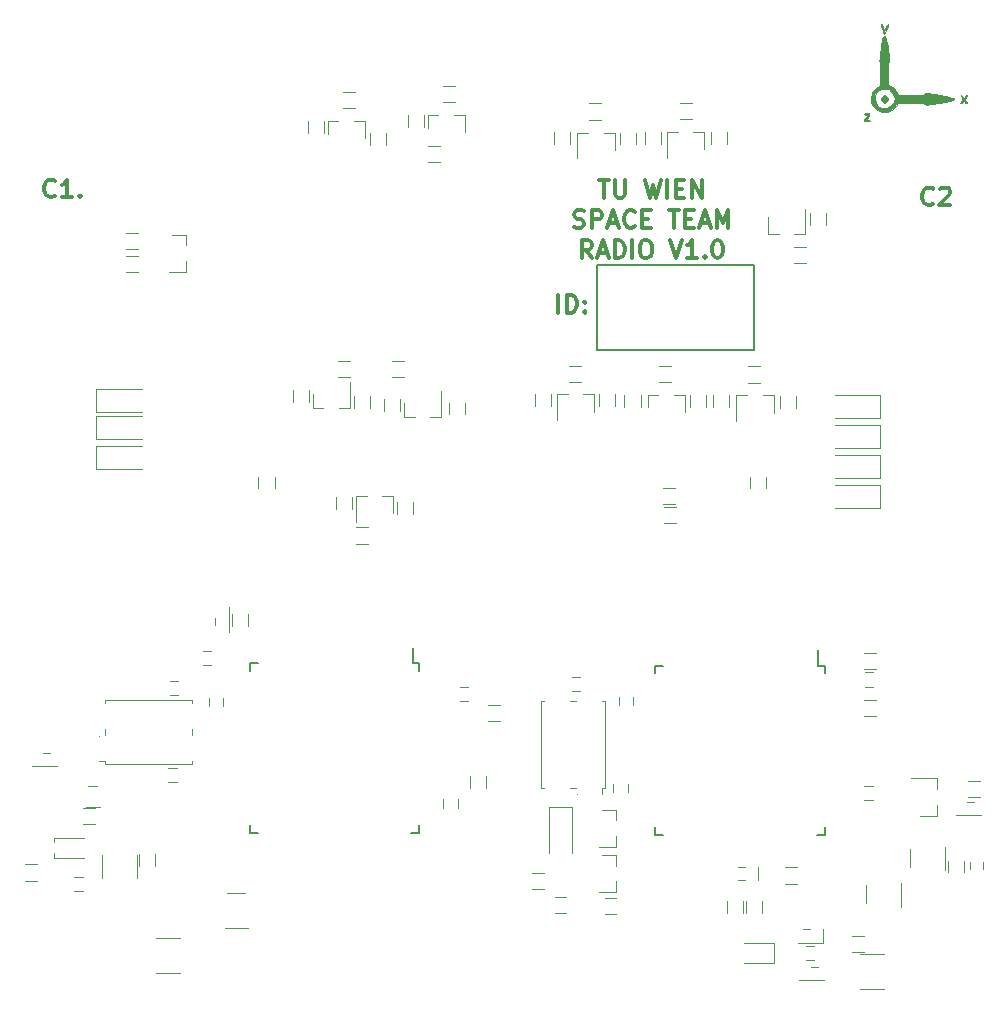
<source format=gbr>
G04 #@! TF.FileFunction,Legend,Top*
%FSLAX46Y46*%
G04 Gerber Fmt 4.6, Leading zero omitted, Abs format (unit mm)*
G04 Created by KiCad (PCBNEW 4.0.6) date 11/20/17 22:27:29*
%MOMM*%
%LPD*%
G01*
G04 APERTURE LIST*
%ADD10C,0.100000*%
%ADD11C,0.200000*%
%ADD12C,0.300000*%
%ADD13C,0.120000*%
%ADD14C,0.150000*%
%ADD15C,0.010000*%
%ADD16C,3.580000*%
%ADD17R,2.380000X2.880000*%
%ADD18R,2.880000X2.380000*%
%ADD19R,1.580000X1.130000*%
%ADD20R,1.130000X1.580000*%
%ADD21R,0.880000X0.880000*%
%ADD22R,1.480000X1.480000*%
%ADD23R,1.580000X1.280000*%
%ADD24R,1.180000X1.280000*%
%ADD25R,1.280000X1.580000*%
%ADD26R,0.930000X1.880000*%
%ADD27R,1.880000X0.930000*%
%ADD28R,0.740000X1.780000*%
%ADD29R,0.980000X1.180000*%
%ADD30R,1.180000X0.980000*%
%ADD31C,1.180000*%
%ADD32C,1.269000*%
%ADD33R,2.880000X1.080000*%
%ADD34R,2.880000X0.780000*%
%ADD35R,1.280000X1.180000*%
%ADD36R,1.680000X1.180000*%
%ADD37R,1.680000X2.180000*%
%ADD38R,1.780000X0.740000*%
%ADD39C,2.580000*%
%ADD40C,2.380000*%
%ADD41R,2.080000X2.080000*%
%ADD42O,2.080000X2.080000*%
%ADD43R,2.480000X2.080000*%
%ADD44R,2.080000X2.480000*%
%ADD45R,1.880000X1.680000*%
G04 APERTURE END LIST*
D10*
D11*
X114834500Y-57326500D02*
X101544500Y-57306500D01*
X114834500Y-64476500D02*
X114834500Y-57326500D01*
X101504500Y-64476500D02*
X114834500Y-64476500D01*
X101504500Y-57356500D02*
X101504500Y-64476500D01*
D12*
X98257357Y-61345071D02*
X98257357Y-59845071D01*
X98971643Y-61345071D02*
X98971643Y-59845071D01*
X99328786Y-59845071D01*
X99543071Y-59916500D01*
X99685929Y-60059357D01*
X99757357Y-60202214D01*
X99828786Y-60487929D01*
X99828786Y-60702214D01*
X99757357Y-60987929D01*
X99685929Y-61130786D01*
X99543071Y-61273643D01*
X99328786Y-61345071D01*
X98971643Y-61345071D01*
X100471643Y-61202214D02*
X100543071Y-61273643D01*
X100471643Y-61345071D01*
X100400214Y-61273643D01*
X100471643Y-61202214D01*
X100471643Y-61345071D01*
X100471643Y-60416500D02*
X100543071Y-60487929D01*
X100471643Y-60559357D01*
X100400214Y-60487929D01*
X100471643Y-60416500D01*
X100471643Y-60559357D01*
X101680214Y-50125071D02*
X102537357Y-50125071D01*
X102108786Y-51625071D02*
X102108786Y-50125071D01*
X103037357Y-50125071D02*
X103037357Y-51339357D01*
X103108785Y-51482214D01*
X103180214Y-51553643D01*
X103323071Y-51625071D01*
X103608785Y-51625071D01*
X103751643Y-51553643D01*
X103823071Y-51482214D01*
X103894500Y-51339357D01*
X103894500Y-50125071D01*
X105608786Y-50125071D02*
X105965929Y-51625071D01*
X106251643Y-50553643D01*
X106537357Y-51625071D01*
X106894500Y-50125071D01*
X107465929Y-51625071D02*
X107465929Y-50125071D01*
X108180215Y-50839357D02*
X108680215Y-50839357D01*
X108894501Y-51625071D02*
X108180215Y-51625071D01*
X108180215Y-50125071D01*
X108894501Y-50125071D01*
X109537358Y-51625071D02*
X109537358Y-50125071D01*
X110394501Y-51625071D01*
X110394501Y-50125071D01*
X99573072Y-54103643D02*
X99787358Y-54175071D01*
X100144501Y-54175071D01*
X100287358Y-54103643D01*
X100358787Y-54032214D01*
X100430215Y-53889357D01*
X100430215Y-53746500D01*
X100358787Y-53603643D01*
X100287358Y-53532214D01*
X100144501Y-53460786D01*
X99858787Y-53389357D01*
X99715929Y-53317929D01*
X99644501Y-53246500D01*
X99573072Y-53103643D01*
X99573072Y-52960786D01*
X99644501Y-52817929D01*
X99715929Y-52746500D01*
X99858787Y-52675071D01*
X100215929Y-52675071D01*
X100430215Y-52746500D01*
X101073072Y-54175071D02*
X101073072Y-52675071D01*
X101644500Y-52675071D01*
X101787358Y-52746500D01*
X101858786Y-52817929D01*
X101930215Y-52960786D01*
X101930215Y-53175071D01*
X101858786Y-53317929D01*
X101787358Y-53389357D01*
X101644500Y-53460786D01*
X101073072Y-53460786D01*
X102501643Y-53746500D02*
X103215929Y-53746500D01*
X102358786Y-54175071D02*
X102858786Y-52675071D01*
X103358786Y-54175071D01*
X104715929Y-54032214D02*
X104644500Y-54103643D01*
X104430214Y-54175071D01*
X104287357Y-54175071D01*
X104073072Y-54103643D01*
X103930214Y-53960786D01*
X103858786Y-53817929D01*
X103787357Y-53532214D01*
X103787357Y-53317929D01*
X103858786Y-53032214D01*
X103930214Y-52889357D01*
X104073072Y-52746500D01*
X104287357Y-52675071D01*
X104430214Y-52675071D01*
X104644500Y-52746500D01*
X104715929Y-52817929D01*
X105358786Y-53389357D02*
X105858786Y-53389357D01*
X106073072Y-54175071D02*
X105358786Y-54175071D01*
X105358786Y-52675071D01*
X106073072Y-52675071D01*
X107644500Y-52675071D02*
X108501643Y-52675071D01*
X108073072Y-54175071D02*
X108073072Y-52675071D01*
X109001643Y-53389357D02*
X109501643Y-53389357D01*
X109715929Y-54175071D02*
X109001643Y-54175071D01*
X109001643Y-52675071D01*
X109715929Y-52675071D01*
X110287357Y-53746500D02*
X111001643Y-53746500D01*
X110144500Y-54175071D02*
X110644500Y-52675071D01*
X111144500Y-54175071D01*
X111644500Y-54175071D02*
X111644500Y-52675071D01*
X112144500Y-53746500D01*
X112644500Y-52675071D01*
X112644500Y-54175071D01*
X101073072Y-56725071D02*
X100573072Y-56010786D01*
X100215929Y-56725071D02*
X100215929Y-55225071D01*
X100787357Y-55225071D01*
X100930215Y-55296500D01*
X101001643Y-55367929D01*
X101073072Y-55510786D01*
X101073072Y-55725071D01*
X101001643Y-55867929D01*
X100930215Y-55939357D01*
X100787357Y-56010786D01*
X100215929Y-56010786D01*
X101644500Y-56296500D02*
X102358786Y-56296500D01*
X101501643Y-56725071D02*
X102001643Y-55225071D01*
X102501643Y-56725071D01*
X103001643Y-56725071D02*
X103001643Y-55225071D01*
X103358786Y-55225071D01*
X103573071Y-55296500D01*
X103715929Y-55439357D01*
X103787357Y-55582214D01*
X103858786Y-55867929D01*
X103858786Y-56082214D01*
X103787357Y-56367929D01*
X103715929Y-56510786D01*
X103573071Y-56653643D01*
X103358786Y-56725071D01*
X103001643Y-56725071D01*
X104501643Y-56725071D02*
X104501643Y-55225071D01*
X105501643Y-55225071D02*
X105787357Y-55225071D01*
X105930215Y-55296500D01*
X106073072Y-55439357D01*
X106144500Y-55725071D01*
X106144500Y-56225071D01*
X106073072Y-56510786D01*
X105930215Y-56653643D01*
X105787357Y-56725071D01*
X105501643Y-56725071D01*
X105358786Y-56653643D01*
X105215929Y-56510786D01*
X105144500Y-56225071D01*
X105144500Y-55725071D01*
X105215929Y-55439357D01*
X105358786Y-55296500D01*
X105501643Y-55225071D01*
X107715929Y-55225071D02*
X108215929Y-56725071D01*
X108715929Y-55225071D01*
X110001643Y-56725071D02*
X109144500Y-56725071D01*
X109573072Y-56725071D02*
X109573072Y-55225071D01*
X109430215Y-55439357D01*
X109287357Y-55582214D01*
X109144500Y-55653643D01*
X110644500Y-56582214D02*
X110715928Y-56653643D01*
X110644500Y-56725071D01*
X110573071Y-56653643D01*
X110644500Y-56582214D01*
X110644500Y-56725071D01*
X111644500Y-55225071D02*
X111787357Y-55225071D01*
X111930214Y-55296500D01*
X112001643Y-55367929D01*
X112073072Y-55510786D01*
X112144500Y-55796500D01*
X112144500Y-56153643D01*
X112073072Y-56439357D01*
X112001643Y-56582214D01*
X111930214Y-56653643D01*
X111787357Y-56725071D01*
X111644500Y-56725071D01*
X111501643Y-56653643D01*
X111430214Y-56582214D01*
X111358786Y-56439357D01*
X111287357Y-56153643D01*
X111287357Y-55796500D01*
X111358786Y-55510786D01*
X111430214Y-55367929D01*
X111501643Y-55296500D01*
X111644500Y-55225071D01*
X129994501Y-52112214D02*
X129923072Y-52183643D01*
X129708786Y-52255071D01*
X129565929Y-52255071D01*
X129351644Y-52183643D01*
X129208786Y-52040786D01*
X129137358Y-51897929D01*
X129065929Y-51612214D01*
X129065929Y-51397929D01*
X129137358Y-51112214D01*
X129208786Y-50969357D01*
X129351644Y-50826500D01*
X129565929Y-50755071D01*
X129708786Y-50755071D01*
X129923072Y-50826500D01*
X129994501Y-50897929D01*
X130565929Y-50897929D02*
X130637358Y-50826500D01*
X130780215Y-50755071D01*
X131137358Y-50755071D01*
X131280215Y-50826500D01*
X131351644Y-50897929D01*
X131423072Y-51040786D01*
X131423072Y-51183643D01*
X131351644Y-51397929D01*
X130494501Y-52255071D01*
X131423072Y-52255071D01*
X55647358Y-51442214D02*
X55575929Y-51513643D01*
X55361643Y-51585071D01*
X55218786Y-51585071D01*
X55004501Y-51513643D01*
X54861643Y-51370786D01*
X54790215Y-51227929D01*
X54718786Y-50942214D01*
X54718786Y-50727929D01*
X54790215Y-50442214D01*
X54861643Y-50299357D01*
X55004501Y-50156500D01*
X55218786Y-50085071D01*
X55361643Y-50085071D01*
X55575929Y-50156500D01*
X55647358Y-50227929D01*
X57075929Y-51585071D02*
X56218786Y-51585071D01*
X56647358Y-51585071D02*
X56647358Y-50085071D01*
X56504501Y-50299357D01*
X56361643Y-50442214D01*
X56218786Y-50513643D01*
X57718786Y-51442214D02*
X57790214Y-51513643D01*
X57718786Y-51585071D01*
X57647357Y-51513643D01*
X57718786Y-51442214D01*
X57718786Y-51585071D01*
D13*
X69999100Y-113414342D02*
X71999100Y-113414342D01*
X71999100Y-110454342D02*
X69999100Y-110454342D01*
X59632400Y-107235500D02*
X59632400Y-109235500D01*
X62592400Y-109235500D02*
X62592400Y-107235500D01*
X66195700Y-114331300D02*
X64195700Y-114331300D01*
X64195700Y-117291300D02*
X66195700Y-117291300D01*
X57972400Y-110353400D02*
X57272400Y-110353400D01*
X57272400Y-109153400D02*
X57972400Y-109153400D01*
X65932800Y-101107800D02*
X65232800Y-101107800D01*
X65232800Y-99907800D02*
X65932800Y-99907800D01*
X66059800Y-93741800D02*
X65359800Y-93741800D01*
X65359800Y-92541800D02*
X66059800Y-92541800D01*
X68853800Y-91201800D02*
X68153800Y-91201800D01*
X68153800Y-90001800D02*
X68853800Y-90001800D01*
X69865800Y-93934800D02*
X69865800Y-94634800D01*
X68665800Y-94634800D02*
X68665800Y-93934800D01*
X88515900Y-103258100D02*
X88515900Y-102558100D01*
X89715900Y-102558100D02*
X89715900Y-103258100D01*
X90596200Y-94237100D02*
X89896200Y-94237100D01*
X89896200Y-93037100D02*
X90596200Y-93037100D01*
X55523000Y-105842700D02*
X55523000Y-107542700D01*
X55523000Y-107542700D02*
X58073000Y-107542700D01*
X55523000Y-105842700D02*
X58073000Y-105842700D01*
X59112600Y-72621900D02*
X59112600Y-74621900D01*
X59112600Y-74621900D02*
X62962600Y-74621900D01*
X59112600Y-72621900D02*
X62962600Y-72621900D01*
X59112600Y-70081900D02*
X59112600Y-72081900D01*
X59112600Y-72081900D02*
X62962600Y-72081900D01*
X59112600Y-70081900D02*
X62962600Y-70081900D01*
X59112600Y-67795900D02*
X59112600Y-69795900D01*
X59112600Y-69795900D02*
X62962600Y-69795900D01*
X59112600Y-67795900D02*
X62962600Y-67795900D01*
X125494600Y-72843900D02*
X125494600Y-70843900D01*
X125494600Y-70843900D02*
X121644600Y-70843900D01*
X125494600Y-72843900D02*
X121644600Y-72843900D01*
X125488600Y-75383900D02*
X125488600Y-73383900D01*
X125488600Y-73383900D02*
X121638600Y-73383900D01*
X125488600Y-75383900D02*
X121638600Y-75383900D01*
X125488600Y-77923900D02*
X125488600Y-75923900D01*
X125488600Y-75923900D02*
X121638600Y-75923900D01*
X125488600Y-77923900D02*
X121638600Y-77923900D01*
X125488600Y-70303900D02*
X125488600Y-68303900D01*
X125488600Y-68303900D02*
X121638600Y-68303900D01*
X125488600Y-70303900D02*
X121638600Y-70303900D01*
X93298900Y-95891900D02*
X92298900Y-95891900D01*
X92298900Y-94531900D02*
X93298900Y-94531900D01*
X85181320Y-70158640D02*
X86111320Y-70158640D01*
X88341320Y-70158640D02*
X87411320Y-70158640D01*
X88341320Y-70158640D02*
X88341320Y-67998640D01*
X85181320Y-70158640D02*
X85181320Y-68698640D01*
X90327600Y-44591700D02*
X89397600Y-44591700D01*
X87167600Y-44591700D02*
X88097600Y-44591700D01*
X87167600Y-44591700D02*
X87167600Y-46751700D01*
X90327600Y-44591700D02*
X90327600Y-46051700D01*
X81884640Y-45116720D02*
X80954640Y-45116720D01*
X78724640Y-45116720D02*
X79654640Y-45116720D01*
X78724640Y-45116720D02*
X78724640Y-47276720D01*
X81884640Y-45116720D02*
X81884640Y-46576720D01*
X84282400Y-76892880D02*
X83352400Y-76892880D01*
X81122400Y-76892880D02*
X82052400Y-76892880D01*
X81122400Y-76892880D02*
X81122400Y-79052880D01*
X84282400Y-76892880D02*
X84282400Y-78352880D01*
X77454600Y-69400200D02*
X78384600Y-69400200D01*
X80614600Y-69400200D02*
X79684600Y-69400200D01*
X80614600Y-69400200D02*
X80614600Y-67240200D01*
X77454600Y-69400200D02*
X77454600Y-67940200D01*
X59039200Y-104680300D02*
X58039200Y-104680300D01*
X58039200Y-103320300D02*
X59039200Y-103320300D01*
X96020000Y-108819400D02*
X97020000Y-108819400D01*
X97020000Y-110179400D02*
X96020000Y-110179400D01*
X62769200Y-108157900D02*
X62769200Y-107157900D01*
X64129200Y-107157900D02*
X64129200Y-108157900D01*
X54063700Y-109430100D02*
X53063700Y-109430100D01*
X53063700Y-108070100D02*
X54063700Y-108070100D01*
X70617800Y-87842800D02*
X70617800Y-86842800D01*
X71977800Y-86842800D02*
X71977800Y-87842800D01*
X90785400Y-101612500D02*
X90785400Y-100612500D01*
X92145400Y-100612500D02*
X92145400Y-101612500D01*
X82115100Y-80898280D02*
X81115100Y-80898280D01*
X81115100Y-79538280D02*
X82115100Y-79538280D01*
X79581300Y-65448900D02*
X80581300Y-65448900D01*
X80581300Y-66808900D02*
X79581300Y-66808900D01*
X85140600Y-66821600D02*
X84140600Y-66821600D01*
X84140600Y-65461600D02*
X85140600Y-65461600D01*
X88188600Y-48571700D02*
X87188600Y-48571700D01*
X87188600Y-47211700D02*
X88188600Y-47211700D01*
X83626240Y-46154720D02*
X83626240Y-47154720D01*
X82266240Y-47154720D02*
X82266240Y-46154720D01*
X80804300Y-76936980D02*
X80804300Y-77936980D01*
X79444300Y-77936980D02*
X79444300Y-76936980D01*
X80904800Y-69379900D02*
X80904800Y-68379900D01*
X82264800Y-68379900D02*
X82264800Y-69379900D01*
X88956600Y-69963920D02*
X88956600Y-68963920D01*
X90316600Y-68963920D02*
X90316600Y-69963920D01*
X86874900Y-44597700D02*
X86874900Y-45597700D01*
X85514900Y-45597700D02*
X85514900Y-44597700D01*
X78431940Y-45133820D02*
X78431940Y-46133820D01*
X77071940Y-46133820D02*
X77071940Y-45133820D01*
X85973200Y-77406880D02*
X85973200Y-78406880D01*
X84613200Y-78406880D02*
X84613200Y-77406880D01*
X75799400Y-68922700D02*
X75799400Y-67922700D01*
X77159400Y-67922700D02*
X77159400Y-68922700D01*
X83515920Y-69646240D02*
X83515920Y-68646240D01*
X84875920Y-68646240D02*
X84875920Y-69646240D01*
X88481100Y-42182500D02*
X89481100Y-42182500D01*
X89481100Y-43542500D02*
X88481100Y-43542500D01*
X80050840Y-42685420D02*
X81050840Y-42685420D01*
X81050840Y-44045420D02*
X80050840Y-44045420D01*
D14*
X86473800Y-91046800D02*
X85898800Y-91046800D01*
X86473800Y-105396800D02*
X85798800Y-105396800D01*
X72123800Y-105396800D02*
X72798800Y-105396800D01*
X72123800Y-91046800D02*
X72798800Y-91046800D01*
X86473800Y-91046800D02*
X86473800Y-91721800D01*
X72123800Y-91046800D02*
X72123800Y-91721800D01*
X72123800Y-105396800D02*
X72123800Y-104721800D01*
X86473800Y-105396800D02*
X86473800Y-104721800D01*
X85898800Y-91046800D02*
X85898800Y-89771800D01*
D13*
X72853000Y-76235000D02*
X72853000Y-75235000D01*
X74213000Y-75235000D02*
X74213000Y-76235000D01*
X53678300Y-98604300D02*
X53678300Y-99744300D01*
X53678300Y-99744300D02*
X55778300Y-99744300D01*
X53678300Y-98604300D02*
X55778300Y-98604300D01*
X70343800Y-86253800D02*
X69203800Y-86253800D01*
X69203800Y-86253800D02*
X69203800Y-88353800D01*
X70343800Y-86253800D02*
X70343800Y-88353800D01*
X66712880Y-57894380D02*
X66712880Y-56964380D01*
X66712880Y-54734380D02*
X66712880Y-55664380D01*
X66712880Y-54734380D02*
X64552880Y-54734380D01*
X66712880Y-57894380D02*
X65252880Y-57894380D01*
X61653980Y-54582780D02*
X62653980Y-54582780D01*
X62653980Y-55942780D02*
X61653980Y-55942780D01*
X62663780Y-57936680D02*
X61663780Y-57936680D01*
X61663780Y-56576680D02*
X62663780Y-56576680D01*
X127983800Y-106562400D02*
X127983800Y-108562400D01*
X130943800Y-108562400D02*
X130943800Y-106562400D01*
X127222700Y-111636300D02*
X127222700Y-109636300D01*
X124262700Y-109636300D02*
X124262700Y-111636300D01*
X125790200Y-115664800D02*
X123790200Y-115664800D01*
X123790200Y-118624800D02*
X125790200Y-118624800D01*
X119892600Y-116170000D02*
X119192600Y-116170000D01*
X119192600Y-114970000D02*
X119892600Y-114970000D01*
X104104500Y-101236500D02*
X104104500Y-101936500D01*
X102904500Y-101936500D02*
X102904500Y-101236500D01*
X100064500Y-93416500D02*
X99364500Y-93416500D01*
X99364500Y-92216500D02*
X100064500Y-92216500D01*
X124860800Y-102606400D02*
X124160800Y-102606400D01*
X124160800Y-101406400D02*
X124860800Y-101406400D01*
X104549500Y-93861100D02*
X104549500Y-94561100D01*
X103349500Y-94561100D02*
X103349500Y-93861100D01*
X124873500Y-93005200D02*
X124173500Y-93005200D01*
X124173500Y-91805200D02*
X124873500Y-91805200D01*
X131897600Y-102757200D02*
X131897600Y-103897200D01*
X131897600Y-103897200D02*
X133997600Y-103897200D01*
X131897600Y-102757200D02*
X133997600Y-102757200D01*
X115116500Y-109409000D02*
X115116500Y-108269000D01*
X115116500Y-108269000D02*
X113016500Y-108269000D01*
X115116500Y-109409000D02*
X113016500Y-109409000D01*
X134224800Y-106865000D02*
X133084800Y-106865000D01*
X133084800Y-106865000D02*
X133084800Y-108965000D01*
X134224800Y-106865000D02*
X134224800Y-108965000D01*
X120615600Y-114692200D02*
X120615600Y-113552200D01*
X120615600Y-113552200D02*
X118515600Y-113552200D01*
X120615600Y-114692200D02*
X118515600Y-114692200D01*
X118651500Y-116714500D02*
X118651500Y-117854500D01*
X118651500Y-117854500D02*
X120751500Y-117854500D01*
X118651500Y-116714500D02*
X120751500Y-116714500D01*
X116498500Y-116394600D02*
X116498500Y-114694600D01*
X116498500Y-114694600D02*
X113948500Y-114694600D01*
X116498500Y-116394600D02*
X113948500Y-116394600D01*
X125155400Y-91535800D02*
X124155400Y-91535800D01*
X124155400Y-90175800D02*
X125155400Y-90175800D01*
X130296700Y-103944500D02*
X130296700Y-103014500D01*
X130296700Y-100784500D02*
X130296700Y-101714500D01*
X130296700Y-100784500D02*
X128136700Y-100784500D01*
X130296700Y-103944500D02*
X128836700Y-103944500D01*
X116466780Y-68344000D02*
X115536780Y-68344000D01*
X113306780Y-68344000D02*
X114236780Y-68344000D01*
X113306780Y-68344000D02*
X113306780Y-70504000D01*
X116466780Y-68344000D02*
X116466780Y-69804000D01*
X110617120Y-46056520D02*
X109687120Y-46056520D01*
X107457120Y-46056520D02*
X108387120Y-46056520D01*
X107457120Y-46056520D02*
X107457120Y-48216520D01*
X110617120Y-46056520D02*
X110617120Y-47516520D01*
X103009820Y-46097160D02*
X102079820Y-46097160D01*
X99849820Y-46097160D02*
X100779820Y-46097160D01*
X99849820Y-46097160D02*
X99849820Y-48257160D01*
X103009820Y-46097160D02*
X103009820Y-47557160D01*
X101300400Y-68259420D02*
X100370400Y-68259420D01*
X98140400Y-68259420D02*
X99070400Y-68259420D01*
X98140400Y-68259420D02*
X98140400Y-70419420D01*
X101300400Y-68259420D02*
X101300400Y-69719420D01*
X108961040Y-68291680D02*
X108031040Y-68291680D01*
X105801040Y-68291680D02*
X106731040Y-68291680D01*
X105801040Y-68291680D02*
X105801040Y-70451680D01*
X108961040Y-68291680D02*
X108961040Y-69751680D01*
X116001680Y-54709600D02*
X116931680Y-54709600D01*
X119161680Y-54709600D02*
X118231680Y-54709600D01*
X119161680Y-54709600D02*
X119161680Y-52549600D01*
X116001680Y-54709600D02*
X116001680Y-53249600D01*
X133926200Y-102356200D02*
X132926200Y-102356200D01*
X132926200Y-100996200D02*
X133926200Y-100996200D01*
X112489700Y-112178900D02*
X112489700Y-111178900D01*
X113849700Y-111178900D02*
X113849700Y-112178900D01*
X131209500Y-108734300D02*
X131209500Y-107734300D01*
X132569500Y-107734300D02*
X132569500Y-108734300D01*
X123134500Y-114102600D02*
X124134500Y-114102600D01*
X124134500Y-115462600D02*
X123134500Y-115462600D01*
X118437100Y-109684100D02*
X117437100Y-109684100D01*
X117437100Y-108324100D02*
X118437100Y-108324100D01*
X115513400Y-111166200D02*
X115513400Y-112166200D01*
X114153400Y-112166200D02*
X114153400Y-111166200D01*
X125112400Y-95472800D02*
X124112400Y-95472800D01*
X124112400Y-94112800D02*
X125112400Y-94112800D01*
X101707400Y-69270320D02*
X101707400Y-68270320D01*
X103067400Y-68270320D02*
X103067400Y-69270320D01*
X109393440Y-69305880D02*
X109393440Y-68305880D01*
X110753440Y-68305880D02*
X110753440Y-69305880D01*
X117010900Y-69384800D02*
X117010900Y-68384800D01*
X118370900Y-68384800D02*
X118370900Y-69384800D01*
X111151120Y-47096120D02*
X111151120Y-46096120D01*
X112511120Y-46096120D02*
X112511120Y-47096120D01*
X103493020Y-47098660D02*
X103493020Y-46098660D01*
X104853020Y-46098660D02*
X104853020Y-47098660D01*
X107140032Y-76221938D02*
X108140032Y-76221938D01*
X108140032Y-77581938D02*
X107140032Y-77581938D01*
X97593700Y-68235120D02*
X97593700Y-69235120D01*
X96233700Y-69235120D02*
X96233700Y-68235120D01*
X105203540Y-68308780D02*
X105203540Y-69308780D01*
X103843540Y-69308780D02*
X103843540Y-68308780D01*
X112724480Y-68354500D02*
X112724480Y-69354500D01*
X111364480Y-69354500D02*
X111364480Y-68354500D01*
X106948520Y-46048220D02*
X106948520Y-47048220D01*
X105588520Y-47048220D02*
X105588520Y-46048220D01*
X99265020Y-46076160D02*
X99265020Y-47076160D01*
X97905020Y-47076160D02*
X97905020Y-46076160D01*
X108178132Y-79194838D02*
X107178132Y-79194838D01*
X107178132Y-77834838D02*
X108178132Y-77834838D01*
X100152000Y-67210220D02*
X99152000Y-67210220D01*
X99152000Y-65850220D02*
X100152000Y-65850220D01*
X106792140Y-65834980D02*
X107792140Y-65834980D01*
X107792140Y-67194980D02*
X106792140Y-67194980D01*
X114330680Y-65906100D02*
X115330680Y-65906100D01*
X115330680Y-67266100D02*
X114330680Y-67266100D01*
X108557620Y-43587120D02*
X109557620Y-43587120D01*
X109557620Y-44947120D02*
X108557620Y-44947120D01*
X100848720Y-43640460D02*
X101848720Y-43640460D01*
X101848720Y-45000460D02*
X100848720Y-45000460D01*
X114496300Y-76225200D02*
X114496300Y-75225200D01*
X115856300Y-75225200D02*
X115856300Y-76225200D01*
X119543280Y-53941600D02*
X119543280Y-52941600D01*
X120903280Y-52941600D02*
X120903280Y-53941600D01*
X118181680Y-55822300D02*
X119181680Y-55822300D01*
X119181680Y-57182300D02*
X118181680Y-57182300D01*
D14*
X120814600Y-91224600D02*
X120239600Y-91224600D01*
X120814600Y-105574600D02*
X120139600Y-105574600D01*
X106464600Y-105574600D02*
X107139600Y-105574600D01*
X106464600Y-91224600D02*
X107139600Y-91224600D01*
X120814600Y-91224600D02*
X120814600Y-91899600D01*
X106464600Y-91224600D02*
X106464600Y-91899600D01*
X106464600Y-105574600D02*
X106464600Y-104899600D01*
X120814600Y-105574600D02*
X120814600Y-104899600D01*
X120239600Y-91224600D02*
X120239600Y-89949600D01*
D13*
X103144100Y-110421500D02*
X103144100Y-109491500D01*
X103144100Y-107261500D02*
X103144100Y-108191500D01*
X103144100Y-107261500D02*
X100984100Y-107261500D01*
X103144100Y-110421500D02*
X101684100Y-110421500D01*
X103131400Y-106593800D02*
X103131400Y-105663800D01*
X103131400Y-103433800D02*
X103131400Y-104363800D01*
X103131400Y-103433800D02*
X100971400Y-103433800D01*
X103131400Y-106593800D02*
X101671400Y-106593800D01*
X97925000Y-110813300D02*
X98925000Y-110813300D01*
X98925000Y-112173300D02*
X97925000Y-112173300D01*
X103154100Y-112236800D02*
X102154100Y-112236800D01*
X102154100Y-110876800D02*
X103154100Y-110876800D01*
X99425000Y-103235400D02*
X97425000Y-103235400D01*
X97425000Y-103235400D02*
X97425000Y-107085400D01*
X99425000Y-103235400D02*
X99425000Y-107085400D01*
X59854500Y-94476500D02*
X59854500Y-94176500D01*
X59854500Y-94176500D02*
X67254500Y-94176500D01*
X67254500Y-94176500D02*
X67254500Y-94476500D01*
X59354500Y-99276500D02*
X59854500Y-99276500D01*
X59854500Y-99276500D02*
X59854500Y-99576500D01*
X59854500Y-99576500D02*
X67254500Y-99576500D01*
X67254500Y-99576500D02*
X67254500Y-99276500D01*
X59354500Y-97176500D02*
X59854500Y-97176500D01*
X59854500Y-97176500D02*
X59854500Y-96576500D01*
X67254500Y-96576500D02*
X67254500Y-97176500D01*
X97104500Y-101626500D02*
X96804500Y-101626500D01*
X96804500Y-101626500D02*
X96804500Y-94226500D01*
X96804500Y-94226500D02*
X97104500Y-94226500D01*
X101904500Y-102126500D02*
X101904500Y-101626500D01*
X101904500Y-101626500D02*
X102204500Y-101626500D01*
X102204500Y-101626500D02*
X102204500Y-94226500D01*
X102204500Y-94226500D02*
X101904500Y-94226500D01*
X99804500Y-102126500D02*
X99804500Y-101626500D01*
X99804500Y-101626500D02*
X99204500Y-101626500D01*
X99204500Y-94226500D02*
X99804500Y-94226500D01*
X58254500Y-101426500D02*
X59454500Y-101426500D01*
X59454500Y-103186500D02*
X58254500Y-103186500D01*
D15*
G36*
X124506228Y-44479469D02*
X124560452Y-44556316D01*
X124506528Y-44693442D01*
X124437000Y-44790327D01*
X124336575Y-44931027D01*
X124325788Y-45001765D01*
X124407720Y-45025511D01*
X124468750Y-45027000D01*
X124588086Y-45048736D01*
X124627500Y-45090500D01*
X124571165Y-45130263D01*
X124430436Y-45152380D01*
X124373500Y-45154000D01*
X124214458Y-45138979D01*
X124125985Y-45101456D01*
X124119500Y-45086263D01*
X124155326Y-44997413D01*
X124245133Y-44855872D01*
X124285786Y-44800513D01*
X124452073Y-44582500D01*
X124285786Y-44582500D01*
X124162891Y-44561663D01*
X124119500Y-44519000D01*
X124175321Y-44477028D01*
X124312582Y-44456048D01*
X124341750Y-44455500D01*
X124506228Y-44479469D01*
X124506228Y-44479469D01*
G37*
X124506228Y-44479469D02*
X124560452Y-44556316D01*
X124506528Y-44693442D01*
X124437000Y-44790327D01*
X124336575Y-44931027D01*
X124325788Y-45001765D01*
X124407720Y-45025511D01*
X124468750Y-45027000D01*
X124588086Y-45048736D01*
X124627500Y-45090500D01*
X124571165Y-45130263D01*
X124430436Y-45152380D01*
X124373500Y-45154000D01*
X124214458Y-45138979D01*
X124125985Y-45101456D01*
X124119500Y-45086263D01*
X124155326Y-44997413D01*
X124245133Y-44855872D01*
X124285786Y-44800513D01*
X124452073Y-44582500D01*
X124285786Y-44582500D01*
X124162891Y-44561663D01*
X124119500Y-44519000D01*
X124175321Y-44477028D01*
X124312582Y-44456048D01*
X124341750Y-44455500D01*
X124506228Y-44479469D01*
G36*
X125893461Y-37955223D02*
X125916184Y-37978500D01*
X125959601Y-38076578D01*
X126009306Y-38270709D01*
X126061688Y-38534853D01*
X126113135Y-38842969D01*
X126160033Y-39169016D01*
X126198772Y-39486954D01*
X126225739Y-39770740D01*
X126237321Y-39994336D01*
X126229907Y-40131699D01*
X126218679Y-40159220D01*
X126191117Y-40250699D01*
X126170075Y-40454335D01*
X126156543Y-40755406D01*
X126151510Y-41139189D01*
X126151500Y-41159316D01*
X126151500Y-42092232D01*
X126307761Y-42131451D01*
X126465078Y-42212901D01*
X126647277Y-42364817D01*
X126815427Y-42547863D01*
X126930597Y-42722703D01*
X126953799Y-42784205D01*
X126970694Y-42838424D01*
X127002345Y-42877378D01*
X127067407Y-42903590D01*
X127184533Y-42919585D01*
X127372376Y-42927885D01*
X127649591Y-42931016D01*
X128034832Y-42931499D01*
X128042508Y-42931500D01*
X128449741Y-42929405D01*
X128748346Y-42922102D01*
X128956646Y-42908064D01*
X129092960Y-42885764D01*
X129175608Y-42853676D01*
X129200938Y-42834948D01*
X129250200Y-42801972D01*
X129322421Y-42783318D01*
X129436098Y-42780078D01*
X129609728Y-42793346D01*
X129861808Y-42824215D01*
X130210835Y-42873777D01*
X130444188Y-42908407D01*
X130955853Y-42990841D01*
X131341415Y-43067371D01*
X131600797Y-43139736D01*
X131733920Y-43209673D01*
X131740710Y-43278919D01*
X131621089Y-43349214D01*
X131374979Y-43422293D01*
X131002305Y-43499896D01*
X130502990Y-43583759D01*
X130413709Y-43597513D01*
X130001967Y-43659448D01*
X129698085Y-43702107D01*
X129484557Y-43726542D01*
X129343881Y-43733801D01*
X129258551Y-43724935D01*
X129211064Y-43700994D01*
X129188178Y-43671015D01*
X129151860Y-43632030D01*
X129081078Y-43604047D01*
X128957465Y-43585383D01*
X128762655Y-43574355D01*
X128478281Y-43569280D01*
X128085975Y-43568476D01*
X128069219Y-43568507D01*
X127008750Y-43570514D01*
X126842670Y-43844455D01*
X126613083Y-44109090D01*
X126312228Y-44291184D01*
X125971778Y-44380533D01*
X125623403Y-44366933D01*
X125419092Y-44303097D01*
X125102221Y-44104207D01*
X124876525Y-43838029D01*
X124743569Y-43527272D01*
X124706786Y-43210705D01*
X125024641Y-43210705D01*
X125029260Y-43299201D01*
X125114947Y-43599087D01*
X125287904Y-43831018D01*
X125522939Y-43985785D01*
X125794865Y-44054173D01*
X126078490Y-44026972D01*
X126348625Y-43894968D01*
X126442025Y-43815871D01*
X126642395Y-43550265D01*
X126718196Y-43268344D01*
X126669378Y-42978779D01*
X126495888Y-42690242D01*
X126448955Y-42636391D01*
X126210371Y-42455794D01*
X125944655Y-42380876D01*
X125675109Y-42400758D01*
X125425033Y-42504560D01*
X125217728Y-42681404D01*
X125076497Y-42920412D01*
X125024641Y-43210705D01*
X124706786Y-43210705D01*
X124704919Y-43194645D01*
X124762140Y-42862856D01*
X124916797Y-42554614D01*
X125170457Y-42292626D01*
X125275528Y-42220578D01*
X125513084Y-42074250D01*
X125514792Y-41150324D01*
X125510777Y-40757852D01*
X125497726Y-40452820D01*
X125476519Y-40248451D01*
X125448678Y-40158578D01*
X125433259Y-40073845D01*
X125437959Y-39890297D01*
X125459184Y-39633885D01*
X125493346Y-39330562D01*
X125536853Y-39006279D01*
X125586114Y-38686988D01*
X125637538Y-38398641D01*
X125687536Y-38167190D01*
X125732515Y-38018586D01*
X125749150Y-37986980D01*
X125821283Y-37917560D01*
X125893461Y-37955223D01*
X125893461Y-37955223D01*
G37*
X125893461Y-37955223D02*
X125916184Y-37978500D01*
X125959601Y-38076578D01*
X126009306Y-38270709D01*
X126061688Y-38534853D01*
X126113135Y-38842969D01*
X126160033Y-39169016D01*
X126198772Y-39486954D01*
X126225739Y-39770740D01*
X126237321Y-39994336D01*
X126229907Y-40131699D01*
X126218679Y-40159220D01*
X126191117Y-40250699D01*
X126170075Y-40454335D01*
X126156543Y-40755406D01*
X126151510Y-41139189D01*
X126151500Y-41159316D01*
X126151500Y-42092232D01*
X126307761Y-42131451D01*
X126465078Y-42212901D01*
X126647277Y-42364817D01*
X126815427Y-42547863D01*
X126930597Y-42722703D01*
X126953799Y-42784205D01*
X126970694Y-42838424D01*
X127002345Y-42877378D01*
X127067407Y-42903590D01*
X127184533Y-42919585D01*
X127372376Y-42927885D01*
X127649591Y-42931016D01*
X128034832Y-42931499D01*
X128042508Y-42931500D01*
X128449741Y-42929405D01*
X128748346Y-42922102D01*
X128956646Y-42908064D01*
X129092960Y-42885764D01*
X129175608Y-42853676D01*
X129200938Y-42834948D01*
X129250200Y-42801972D01*
X129322421Y-42783318D01*
X129436098Y-42780078D01*
X129609728Y-42793346D01*
X129861808Y-42824215D01*
X130210835Y-42873777D01*
X130444188Y-42908407D01*
X130955853Y-42990841D01*
X131341415Y-43067371D01*
X131600797Y-43139736D01*
X131733920Y-43209673D01*
X131740710Y-43278919D01*
X131621089Y-43349214D01*
X131374979Y-43422293D01*
X131002305Y-43499896D01*
X130502990Y-43583759D01*
X130413709Y-43597513D01*
X130001967Y-43659448D01*
X129698085Y-43702107D01*
X129484557Y-43726542D01*
X129343881Y-43733801D01*
X129258551Y-43724935D01*
X129211064Y-43700994D01*
X129188178Y-43671015D01*
X129151860Y-43632030D01*
X129081078Y-43604047D01*
X128957465Y-43585383D01*
X128762655Y-43574355D01*
X128478281Y-43569280D01*
X128085975Y-43568476D01*
X128069219Y-43568507D01*
X127008750Y-43570514D01*
X126842670Y-43844455D01*
X126613083Y-44109090D01*
X126312228Y-44291184D01*
X125971778Y-44380533D01*
X125623403Y-44366933D01*
X125419092Y-44303097D01*
X125102221Y-44104207D01*
X124876525Y-43838029D01*
X124743569Y-43527272D01*
X124706786Y-43210705D01*
X125024641Y-43210705D01*
X125029260Y-43299201D01*
X125114947Y-43599087D01*
X125287904Y-43831018D01*
X125522939Y-43985785D01*
X125794865Y-44054173D01*
X126078490Y-44026972D01*
X126348625Y-43894968D01*
X126442025Y-43815871D01*
X126642395Y-43550265D01*
X126718196Y-43268344D01*
X126669378Y-42978779D01*
X126495888Y-42690242D01*
X126448955Y-42636391D01*
X126210371Y-42455794D01*
X125944655Y-42380876D01*
X125675109Y-42400758D01*
X125425033Y-42504560D01*
X125217728Y-42681404D01*
X125076497Y-42920412D01*
X125024641Y-43210705D01*
X124706786Y-43210705D01*
X124704919Y-43194645D01*
X124762140Y-42862856D01*
X124916797Y-42554614D01*
X125170457Y-42292626D01*
X125275528Y-42220578D01*
X125513084Y-42074250D01*
X125514792Y-41150324D01*
X125510777Y-40757852D01*
X125497726Y-40452820D01*
X125476519Y-40248451D01*
X125448678Y-40158578D01*
X125433259Y-40073845D01*
X125437959Y-39890297D01*
X125459184Y-39633885D01*
X125493346Y-39330562D01*
X125536853Y-39006279D01*
X125586114Y-38686988D01*
X125637538Y-38398641D01*
X125687536Y-38167190D01*
X125732515Y-38018586D01*
X125749150Y-37986980D01*
X125821283Y-37917560D01*
X125893461Y-37955223D01*
G36*
X132837466Y-42952115D02*
X132815851Y-43032402D01*
X132771805Y-43114082D01*
X132705674Y-43249723D01*
X132710910Y-43349157D01*
X132776222Y-43463332D01*
X132842516Y-43579420D01*
X132832405Y-43624818D01*
X132792992Y-43630000D01*
X132701247Y-43577096D01*
X132660250Y-43503000D01*
X132605055Y-43400430D01*
X132565000Y-43376000D01*
X132504017Y-43428334D01*
X132469750Y-43503000D01*
X132397332Y-43606009D01*
X132334146Y-43630000D01*
X132283347Y-43610909D01*
X132308824Y-43537088D01*
X132367331Y-43449567D01*
X132448751Y-43318969D01*
X132454672Y-43228101D01*
X132396928Y-43127961D01*
X132332635Y-42995885D01*
X132354799Y-42942641D01*
X132438403Y-42986464D01*
X132498210Y-43054139D01*
X132613235Y-43206630D01*
X132656896Y-43069065D01*
X132725304Y-42960648D01*
X132788575Y-42931500D01*
X132837466Y-42952115D01*
X132837466Y-42952115D01*
G37*
X132837466Y-42952115D02*
X132815851Y-43032402D01*
X132771805Y-43114082D01*
X132705674Y-43249723D01*
X132710910Y-43349157D01*
X132776222Y-43463332D01*
X132842516Y-43579420D01*
X132832405Y-43624818D01*
X132792992Y-43630000D01*
X132701247Y-43577096D01*
X132660250Y-43503000D01*
X132605055Y-43400430D01*
X132565000Y-43376000D01*
X132504017Y-43428334D01*
X132469750Y-43503000D01*
X132397332Y-43606009D01*
X132334146Y-43630000D01*
X132283347Y-43610909D01*
X132308824Y-43537088D01*
X132367331Y-43449567D01*
X132448751Y-43318969D01*
X132454672Y-43228101D01*
X132396928Y-43127961D01*
X132332635Y-42995885D01*
X132354799Y-42942641D01*
X132438403Y-42986464D01*
X132498210Y-43054139D01*
X132613235Y-43206630D01*
X132656896Y-43069065D01*
X132725304Y-42960648D01*
X132788575Y-42931500D01*
X132837466Y-42952115D01*
G36*
X125682362Y-36953912D02*
X125743521Y-37092475D01*
X125768941Y-37168875D01*
X125850986Y-37438750D01*
X125966889Y-37168875D01*
X126059496Y-36978550D01*
X126119567Y-36901997D01*
X126143255Y-36929270D01*
X126126715Y-37050424D01*
X126066099Y-37255512D01*
X126034427Y-37343500D01*
X125926749Y-37607088D01*
X125846235Y-37751761D01*
X125794064Y-37776211D01*
X125771413Y-37679126D01*
X125770500Y-37637004D01*
X125745937Y-37477283D01*
X125685756Y-37284110D01*
X125675250Y-37258044D01*
X125598453Y-37047476D01*
X125586453Y-36932175D01*
X125633448Y-36899000D01*
X125682362Y-36953912D01*
X125682362Y-36953912D01*
G37*
X125682362Y-36953912D02*
X125743521Y-37092475D01*
X125768941Y-37168875D01*
X125850986Y-37438750D01*
X125966889Y-37168875D01*
X126059496Y-36978550D01*
X126119567Y-36901997D01*
X126143255Y-36929270D01*
X126126715Y-37050424D01*
X126066099Y-37255512D01*
X126034427Y-37343500D01*
X125926749Y-37607088D01*
X125846235Y-37751761D01*
X125794064Y-37776211D01*
X125771413Y-37679126D01*
X125770500Y-37637004D01*
X125745937Y-37477283D01*
X125685756Y-37284110D01*
X125675250Y-37258044D01*
X125598453Y-37047476D01*
X125586453Y-36932175D01*
X125633448Y-36899000D01*
X125682362Y-36953912D01*
G36*
X125997306Y-42984972D02*
X126108112Y-43110696D01*
X126151500Y-43249000D01*
X126103374Y-43395174D01*
X125990223Y-43518291D01*
X125865750Y-43566500D01*
X125754188Y-43524863D01*
X125679785Y-43466714D01*
X125597890Y-43334064D01*
X125580000Y-43249000D01*
X125628125Y-43102825D01*
X125741276Y-42979708D01*
X125865750Y-42931500D01*
X125997306Y-42984972D01*
X125997306Y-42984972D01*
G37*
X125997306Y-42984972D02*
X126108112Y-43110696D01*
X126151500Y-43249000D01*
X126103374Y-43395174D01*
X125990223Y-43518291D01*
X125865750Y-43566500D01*
X125754188Y-43524863D01*
X125679785Y-43466714D01*
X125597890Y-43334064D01*
X125580000Y-43249000D01*
X125628125Y-43102825D01*
X125741276Y-42979708D01*
X125865750Y-42931500D01*
X125997306Y-42984972D01*
%LPC*%
D16*
X55500000Y-114490000D03*
X131500000Y-114490000D03*
X131500000Y-38490000D03*
D17*
X72999100Y-111934342D03*
X68999100Y-111934342D03*
D18*
X61112400Y-110235500D03*
X61112400Y-106235500D03*
D17*
X63195700Y-115811300D03*
X67195700Y-115811300D03*
D19*
X58572400Y-109753400D03*
X56672400Y-109753400D03*
X66532800Y-100507800D03*
X64632800Y-100507800D03*
X66659800Y-93141800D03*
X64759800Y-93141800D03*
X69453800Y-90601800D03*
X67553800Y-90601800D03*
D20*
X69265800Y-93334800D03*
X69265800Y-95234800D03*
X89115900Y-103858100D03*
X89115900Y-101958100D03*
D19*
X91196200Y-93637100D03*
X89296200Y-93637100D03*
D21*
X55923000Y-106692700D03*
X58123000Y-106692700D03*
D22*
X59912600Y-73621900D03*
X62712600Y-73621900D03*
X59912600Y-71081900D03*
X62712600Y-71081900D03*
X59912600Y-68795900D03*
X62712600Y-68795900D03*
X124694600Y-71843900D03*
X121894600Y-71843900D03*
X124688600Y-74383900D03*
X121888600Y-74383900D03*
X124688600Y-76923900D03*
X121888600Y-76923900D03*
X124688600Y-69303900D03*
X121888600Y-69303900D03*
D23*
X91698900Y-95211900D03*
X93898900Y-95211900D03*
D24*
X87711320Y-68398640D03*
X85811320Y-68398640D03*
X86761320Y-70398640D03*
X87797600Y-46351700D03*
X89697600Y-46351700D03*
X88747600Y-44351700D03*
X79354640Y-46876720D03*
X81254640Y-46876720D03*
X80304640Y-44876720D03*
X81752400Y-78652880D03*
X83652400Y-78652880D03*
X82702400Y-76652880D03*
X79984600Y-67640200D03*
X78084600Y-67640200D03*
X79034600Y-69640200D03*
D23*
X57439200Y-104000300D03*
X59639200Y-104000300D03*
X97620000Y-109499400D03*
X95420000Y-109499400D03*
D25*
X63449200Y-106557900D03*
X63449200Y-108757900D03*
D23*
X52463700Y-108750100D03*
X54663700Y-108750100D03*
D25*
X71297800Y-86242800D03*
X71297800Y-88442800D03*
X91465400Y-100012500D03*
X91465400Y-102212500D03*
D23*
X80515100Y-80218280D03*
X82715100Y-80218280D03*
X81181300Y-66128900D03*
X78981300Y-66128900D03*
X83540600Y-66141600D03*
X85740600Y-66141600D03*
X86588600Y-47891700D03*
X88788600Y-47891700D03*
D25*
X82946240Y-47754720D03*
X82946240Y-45554720D03*
X80124300Y-78536980D03*
X80124300Y-76336980D03*
X81584800Y-67779900D03*
X81584800Y-69979900D03*
X89636600Y-68363920D03*
X89636600Y-70563920D03*
X86194900Y-46197700D03*
X86194900Y-43997700D03*
X77751940Y-46733820D03*
X77751940Y-44533820D03*
X85293200Y-79006880D03*
X85293200Y-76806880D03*
X76479400Y-67322700D03*
X76479400Y-69522700D03*
X84195920Y-68046240D03*
X84195920Y-70246240D03*
D23*
X90081100Y-42862500D03*
X87881100Y-42862500D03*
X81650840Y-43365420D03*
X79450840Y-43365420D03*
D26*
X85298800Y-90521800D03*
X84498800Y-90521800D03*
X83698800Y-90521800D03*
X82898800Y-90521800D03*
X82098800Y-90521800D03*
X81298800Y-90521800D03*
X80498800Y-90521800D03*
X79698800Y-90521800D03*
X78898800Y-90521800D03*
X78098800Y-90521800D03*
X77298800Y-90521800D03*
X76498800Y-90521800D03*
X75698800Y-90521800D03*
X74898800Y-90521800D03*
X74098800Y-90521800D03*
X73298800Y-90521800D03*
D27*
X71598800Y-92221800D03*
X71598800Y-93021800D03*
X71598800Y-93821800D03*
X71598800Y-94621800D03*
X71598800Y-95421800D03*
X71598800Y-96221800D03*
X71598800Y-97021800D03*
X71598800Y-97821800D03*
X71598800Y-98621800D03*
X71598800Y-99421800D03*
X71598800Y-100221800D03*
X71598800Y-101021800D03*
X71598800Y-101821800D03*
X71598800Y-102621800D03*
X71598800Y-103421800D03*
X71598800Y-104221800D03*
D26*
X73298800Y-105921800D03*
X74098800Y-105921800D03*
X74898800Y-105921800D03*
X75698800Y-105921800D03*
X76498800Y-105921800D03*
X77298800Y-105921800D03*
X78098800Y-105921800D03*
X78898800Y-105921800D03*
X79698800Y-105921800D03*
X80498800Y-105921800D03*
X81298800Y-105921800D03*
X82098800Y-105921800D03*
X82898800Y-105921800D03*
X83698800Y-105921800D03*
X84498800Y-105921800D03*
X85298800Y-105921800D03*
D27*
X86998800Y-104221800D03*
X86998800Y-103421800D03*
X86998800Y-102621800D03*
X86998800Y-101821800D03*
X86998800Y-101021800D03*
X86998800Y-100221800D03*
X86998800Y-99421800D03*
X86998800Y-98621800D03*
X86998800Y-97821800D03*
X86998800Y-97021800D03*
X86998800Y-96221800D03*
X86998800Y-95421800D03*
X86998800Y-94621800D03*
X86998800Y-93821800D03*
X86998800Y-93021800D03*
X86998800Y-92221800D03*
D25*
X73533000Y-74635000D03*
X73533000Y-76835000D03*
D28*
X54695400Y-101739700D03*
X54045400Y-101739700D03*
X53395400Y-101739700D03*
X52745400Y-101739700D03*
X52745400Y-106769700D03*
X53395400Y-106769700D03*
X54045400Y-106769700D03*
X54695400Y-106769700D03*
D29*
X54128300Y-99174300D03*
X55828300Y-99174300D03*
D30*
X69773800Y-86703800D03*
X69773800Y-88403800D03*
D31*
X134278000Y-53555900D03*
X133008000Y-53555900D03*
X131738000Y-53555900D03*
X130468000Y-53555900D03*
X134278000Y-54825900D03*
X131738000Y-54825900D03*
X133008000Y-54825900D03*
X130468000Y-54825900D03*
X134278000Y-56095900D03*
X133008000Y-56095900D03*
X131738000Y-56095900D03*
X130468000Y-56095900D03*
X134278000Y-57365900D03*
X133008000Y-57365900D03*
X131738000Y-57365900D03*
X130468000Y-57365900D03*
X134278000Y-58635900D03*
X133008000Y-58635900D03*
X131738000Y-58635900D03*
X130468000Y-58635900D03*
X134278000Y-59905900D03*
X133008000Y-59905900D03*
X131738000Y-59905900D03*
X130468000Y-59905900D03*
X134278000Y-61175900D03*
X133008000Y-61175900D03*
X131738000Y-61175900D03*
X130468000Y-61175900D03*
X134278000Y-62445900D03*
X133008000Y-62445900D03*
X131738000Y-62445900D03*
X130468000Y-62445900D03*
X134278000Y-63715900D03*
X133008000Y-63715900D03*
X131738000Y-63715900D03*
X130468000Y-63715900D03*
X134278000Y-64985900D03*
X133008000Y-64985900D03*
X131738000Y-64985900D03*
X130468000Y-64985900D03*
X134278000Y-66255900D03*
X133008000Y-66255900D03*
X131738000Y-66255900D03*
X130468000Y-66255900D03*
X134278000Y-67525900D03*
X133008000Y-67525900D03*
X131738000Y-67525900D03*
X130468000Y-67525900D03*
X134278000Y-68795900D03*
X133008000Y-68795900D03*
X131738000Y-68795900D03*
X130468000Y-68795900D03*
X134278000Y-70065900D03*
X133008000Y-70065900D03*
X131738000Y-70065900D03*
X130468000Y-70065900D03*
X134278000Y-71335900D03*
X133008000Y-71335900D03*
X131738000Y-71335900D03*
X130468000Y-71335900D03*
X134278000Y-72605900D03*
X133008000Y-72605900D03*
X131738000Y-72605900D03*
X130468000Y-72605900D03*
X134278000Y-73875900D03*
X133008000Y-73875900D03*
X131738000Y-73875900D03*
X130468000Y-73875900D03*
X134278000Y-75145900D03*
X133008000Y-75145900D03*
X131738000Y-75145900D03*
X130468000Y-75145900D03*
X134278000Y-76415900D03*
X133008000Y-76415900D03*
X131738000Y-76415900D03*
X130468000Y-76415900D03*
X134278000Y-77685900D03*
X133008000Y-77685900D03*
X131738000Y-77685900D03*
X130468000Y-77685900D03*
X134278000Y-78955900D03*
X133008000Y-78955900D03*
X131738000Y-78955900D03*
X130468000Y-78955900D03*
X134278000Y-80225900D03*
X133008000Y-80225900D03*
X131738000Y-80225900D03*
X130468000Y-80225900D03*
X134278000Y-81495900D03*
X133008000Y-81495900D03*
X131738000Y-81495900D03*
X130468000Y-81495900D03*
X134278000Y-82765900D03*
X133008000Y-82765900D03*
X130468000Y-82765900D03*
X131738000Y-82765900D03*
X134278000Y-84035900D03*
X133008000Y-84035900D03*
X131738000Y-84035900D03*
X130468000Y-84035900D03*
X134278000Y-85305900D03*
X133008000Y-85305900D03*
X131738000Y-85305900D03*
X130468000Y-85305900D03*
X134278000Y-86575900D03*
X133008000Y-86575900D03*
X131738000Y-86575900D03*
X130468000Y-86575900D03*
X134278000Y-87845900D03*
X133008000Y-87845900D03*
X131738000Y-87845900D03*
X130468000Y-87845900D03*
X134278000Y-89115900D03*
X133008000Y-89115900D03*
X131738000Y-89115900D03*
X130468000Y-89115900D03*
X134278000Y-90385900D03*
X133008000Y-90385900D03*
X131738000Y-90385900D03*
X130468000Y-90385900D03*
D32*
X132373000Y-54190900D03*
X132373000Y-54190900D03*
X132373000Y-54190900D03*
X132373000Y-54190900D03*
X132373000Y-89750900D03*
D33*
X134278000Y-53555900D03*
X134278000Y-54825900D03*
X134278000Y-56095900D03*
X134278000Y-57365900D03*
X134278000Y-58635900D03*
X134278000Y-59905900D03*
X134278000Y-61175900D03*
X134278000Y-62445900D03*
X134278000Y-63715900D03*
X134278000Y-64985900D03*
X134278000Y-66255900D03*
X134278000Y-67525900D03*
X134278000Y-68795900D03*
X134278000Y-70065900D03*
X134278000Y-71335900D03*
X134278000Y-72605900D03*
X134278000Y-73875900D03*
X134278000Y-75145900D03*
X134278000Y-76415900D03*
X134278000Y-77685900D03*
X134278000Y-78955900D03*
X134278000Y-80225900D03*
X134278000Y-81495900D03*
X134278000Y-82765900D03*
X134278000Y-84035900D03*
X134278000Y-85305900D03*
X134278000Y-86575900D03*
X134278000Y-87845900D03*
X134278000Y-89115900D03*
X134278000Y-90385900D03*
X130468000Y-53555900D03*
X130468000Y-54825900D03*
X130468000Y-56095900D03*
X130468000Y-57365900D03*
X130468000Y-58635900D03*
X130468000Y-59905900D03*
X130468000Y-61175900D03*
X130468000Y-62445900D03*
X130468000Y-63715900D03*
X130468000Y-64985900D03*
X130468000Y-66255900D03*
X130468000Y-67525900D03*
X130468000Y-68795900D03*
X130468000Y-70065900D03*
X130468000Y-71335900D03*
X130468000Y-72605900D03*
X130468000Y-73875900D03*
X130468000Y-75145900D03*
X130468000Y-76415900D03*
X130468000Y-77685900D03*
X130468000Y-78955900D03*
X130468000Y-80225900D03*
X130468000Y-81495900D03*
X130468000Y-82765900D03*
X130468000Y-84035900D03*
X130468000Y-85305900D03*
X130468000Y-86575900D03*
X130468000Y-87845900D03*
X130468000Y-89115900D03*
X130468000Y-90385900D03*
X132373000Y-56095900D03*
X132373000Y-57365900D03*
X132373000Y-58635900D03*
X132373000Y-59905900D03*
X132373000Y-61175900D03*
X132373000Y-62445900D03*
X132373000Y-63715900D03*
X132373000Y-64985900D03*
X132373000Y-66255900D03*
X132373000Y-67525900D03*
X132373000Y-68795900D03*
X132373000Y-70065900D03*
X132373000Y-71335900D03*
X132373000Y-72605900D03*
X132373000Y-73875900D03*
X132373000Y-75145900D03*
X132373000Y-76415900D03*
X132373000Y-77685900D03*
X132373000Y-78955900D03*
X132373000Y-80225900D03*
X132373000Y-81495900D03*
X132373000Y-82765900D03*
X132373000Y-84035900D03*
X132373000Y-85305900D03*
X132373000Y-86575900D03*
X132373000Y-87845900D03*
D34*
X132373000Y-53428900D03*
X132246000Y-90512900D03*
X132246000Y-88988900D03*
X132246000Y-54952900D03*
D31*
X56278000Y-53555900D03*
X55008000Y-53555900D03*
X53738000Y-53555900D03*
X52468000Y-53555900D03*
X56278000Y-54825900D03*
X53738000Y-54825900D03*
X55008000Y-54825900D03*
X52468000Y-54825900D03*
X56278000Y-56095900D03*
X55008000Y-56095900D03*
X53738000Y-56095900D03*
X52468000Y-56095900D03*
X56278000Y-57365900D03*
X55008000Y-57365900D03*
X53738000Y-57365900D03*
X52468000Y-57365900D03*
X56278000Y-58635900D03*
X55008000Y-58635900D03*
X53738000Y-58635900D03*
X52468000Y-58635900D03*
X56278000Y-59905900D03*
X55008000Y-59905900D03*
X53738000Y-59905900D03*
X52468000Y-59905900D03*
X56278000Y-61175900D03*
X55008000Y-61175900D03*
X53738000Y-61175900D03*
X52468000Y-61175900D03*
X56278000Y-62445900D03*
X55008000Y-62445900D03*
X53738000Y-62445900D03*
X52468000Y-62445900D03*
X56278000Y-63715900D03*
X55008000Y-63715900D03*
X53738000Y-63715900D03*
X52468000Y-63715900D03*
X56278000Y-64985900D03*
X55008000Y-64985900D03*
X53738000Y-64985900D03*
X52468000Y-64985900D03*
X56278000Y-66255900D03*
X55008000Y-66255900D03*
X53738000Y-66255900D03*
X52468000Y-66255900D03*
X56278000Y-67525900D03*
X55008000Y-67525900D03*
X53738000Y-67525900D03*
X52468000Y-67525900D03*
X56278000Y-68795900D03*
X55008000Y-68795900D03*
X53738000Y-68795900D03*
X52468000Y-68795900D03*
X56278000Y-70065900D03*
X55008000Y-70065900D03*
X53738000Y-70065900D03*
X52468000Y-70065900D03*
X56278000Y-71335900D03*
X55008000Y-71335900D03*
X53738000Y-71335900D03*
X52468000Y-71335900D03*
X56278000Y-72605900D03*
X55008000Y-72605900D03*
X53738000Y-72605900D03*
X52468000Y-72605900D03*
X56278000Y-73875900D03*
X55008000Y-73875900D03*
X53738000Y-73875900D03*
X52468000Y-73875900D03*
X56278000Y-75145900D03*
X55008000Y-75145900D03*
X53738000Y-75145900D03*
X52468000Y-75145900D03*
X56278000Y-76415900D03*
X55008000Y-76415900D03*
X53738000Y-76415900D03*
X52468000Y-76415900D03*
X56278000Y-77685900D03*
X55008000Y-77685900D03*
X53738000Y-77685900D03*
X52468000Y-77685900D03*
X56278000Y-78955900D03*
X55008000Y-78955900D03*
X53738000Y-78955900D03*
X52468000Y-78955900D03*
X56278000Y-80225900D03*
X55008000Y-80225900D03*
X53738000Y-80225900D03*
X52468000Y-80225900D03*
X56278000Y-81495900D03*
X55008000Y-81495900D03*
X53738000Y-81495900D03*
X52468000Y-81495900D03*
X56278000Y-82765900D03*
X55008000Y-82765900D03*
X52468000Y-82765900D03*
X53738000Y-82765900D03*
X56278000Y-84035900D03*
X55008000Y-84035900D03*
X53738000Y-84035900D03*
X52468000Y-84035900D03*
X56278000Y-85305900D03*
X55008000Y-85305900D03*
X53738000Y-85305900D03*
X52468000Y-85305900D03*
X56278000Y-86575900D03*
X55008000Y-86575900D03*
X53738000Y-86575900D03*
X52468000Y-86575900D03*
X56278000Y-87845900D03*
X55008000Y-87845900D03*
X53738000Y-87845900D03*
X52468000Y-87845900D03*
X56278000Y-89115900D03*
X55008000Y-89115900D03*
X53738000Y-89115900D03*
X52468000Y-89115900D03*
X56278000Y-90385900D03*
X55008000Y-90385900D03*
X53738000Y-90385900D03*
X52468000Y-90385900D03*
D32*
X54373000Y-54190900D03*
X54373000Y-54190900D03*
X54373000Y-54190900D03*
X54373000Y-54190900D03*
X54373000Y-89750900D03*
D33*
X56278000Y-53555900D03*
X56278000Y-54825900D03*
X56278000Y-56095900D03*
X56278000Y-57365900D03*
X56278000Y-58635900D03*
X56278000Y-59905900D03*
X56278000Y-61175900D03*
X56278000Y-62445900D03*
X56278000Y-63715900D03*
X56278000Y-64985900D03*
X56278000Y-66255900D03*
X56278000Y-67525900D03*
X56278000Y-68795900D03*
X56278000Y-70065900D03*
X56278000Y-71335900D03*
X56278000Y-72605900D03*
X56278000Y-73875900D03*
X56278000Y-75145900D03*
X56278000Y-76415900D03*
X56278000Y-77685900D03*
X56278000Y-78955900D03*
X56278000Y-80225900D03*
X56278000Y-81495900D03*
X56278000Y-82765900D03*
X56278000Y-84035900D03*
X56278000Y-85305900D03*
X56278000Y-86575900D03*
X56278000Y-87845900D03*
X56278000Y-89115900D03*
X56278000Y-90385900D03*
X52468000Y-53555900D03*
X52468000Y-54825900D03*
X52468000Y-56095900D03*
X52468000Y-57365900D03*
X52468000Y-58635900D03*
X52468000Y-59905900D03*
X52468000Y-61175900D03*
X52468000Y-62445900D03*
X52468000Y-63715900D03*
X52468000Y-64985900D03*
X52468000Y-66255900D03*
X52468000Y-67525900D03*
X52468000Y-68795900D03*
X52468000Y-70065900D03*
X52468000Y-71335900D03*
X52468000Y-72605900D03*
X52468000Y-73875900D03*
X52468000Y-75145900D03*
X52468000Y-76415900D03*
X52468000Y-77685900D03*
X52468000Y-78955900D03*
X52468000Y-80225900D03*
X52468000Y-81495900D03*
X52468000Y-82765900D03*
X52468000Y-84035900D03*
X52468000Y-85305900D03*
X52468000Y-86575900D03*
X52468000Y-87845900D03*
X52468000Y-89115900D03*
X52468000Y-90385900D03*
X54373000Y-56095900D03*
X54373000Y-57365900D03*
X54373000Y-58635900D03*
X54373000Y-59905900D03*
X54373000Y-61175900D03*
X54373000Y-62445900D03*
X54373000Y-63715900D03*
X54373000Y-64985900D03*
X54373000Y-66255900D03*
X54373000Y-67525900D03*
X54373000Y-68795900D03*
X54373000Y-70065900D03*
X54373000Y-71335900D03*
X54373000Y-72605900D03*
X54373000Y-73875900D03*
X54373000Y-75145900D03*
X54373000Y-76415900D03*
X54373000Y-77685900D03*
X54373000Y-78955900D03*
X54373000Y-80225900D03*
X54373000Y-81495900D03*
X54373000Y-82765900D03*
X54373000Y-84035900D03*
X54373000Y-85305900D03*
X54373000Y-86575900D03*
X54373000Y-87845900D03*
D34*
X54373000Y-53428900D03*
X54246000Y-90512900D03*
X54246000Y-88988900D03*
X54246000Y-54952900D03*
D16*
X55500000Y-38490000D03*
D35*
X64952880Y-55364380D03*
X64952880Y-57264380D03*
X66952880Y-56314380D03*
D23*
X63253980Y-55262780D03*
X61053980Y-55262780D03*
X61063780Y-57256680D03*
X63263780Y-57256680D03*
D36*
X61716920Y-49952100D03*
D37*
X66916920Y-48652100D03*
X65616920Y-48652100D03*
X61716920Y-48652100D03*
X63016920Y-48652100D03*
X64316920Y-48652100D03*
D36*
X61716920Y-47352100D03*
X63016920Y-47352100D03*
X64316920Y-47352100D03*
X65616920Y-47352100D03*
X66916920Y-47352100D03*
X66916920Y-49952100D03*
X65616920Y-49952100D03*
X64316920Y-49952100D03*
X63016920Y-49952100D03*
D18*
X129463800Y-109562400D03*
X129463800Y-105562400D03*
X125742700Y-108636300D03*
X125742700Y-112636300D03*
D17*
X122790200Y-117144800D03*
X126790200Y-117144800D03*
D19*
X120492600Y-115570000D03*
X118592600Y-115570000D03*
D20*
X103504500Y-100636500D03*
X103504500Y-102536500D03*
D19*
X100664500Y-92816500D03*
X98764500Y-92816500D03*
X125460800Y-102006400D03*
X123560800Y-102006400D03*
D20*
X103949500Y-93261100D03*
X103949500Y-95161100D03*
D19*
X125473500Y-92405200D03*
X123573500Y-92405200D03*
D29*
X132347600Y-103327200D03*
X134047600Y-103327200D03*
X114666500Y-108839000D03*
X112966500Y-108839000D03*
D30*
X133654800Y-107315000D03*
X133654800Y-109015000D03*
D29*
X120165600Y-114122200D03*
X118465600Y-114122200D03*
X119101500Y-117284500D03*
X120801500Y-117284500D03*
D21*
X116098500Y-115544600D03*
X113898500Y-115544600D03*
D23*
X123555400Y-90855800D03*
X125755400Y-90855800D03*
D35*
X128536700Y-101414500D03*
X128536700Y-103314500D03*
X130536700Y-102364500D03*
D24*
X113936780Y-70104000D03*
X115836780Y-70104000D03*
X114886780Y-68104000D03*
X108087120Y-47816520D03*
X109987120Y-47816520D03*
X109037120Y-45816520D03*
X100479820Y-47857160D03*
X102379820Y-47857160D03*
X101429820Y-45857160D03*
X98770400Y-70019420D03*
X100670400Y-70019420D03*
X99720400Y-68019420D03*
X106431040Y-70051680D03*
X108331040Y-70051680D03*
X107381040Y-68051680D03*
X118531680Y-52949600D03*
X116631680Y-52949600D03*
X117581680Y-54949600D03*
D23*
X132326200Y-101676200D03*
X134526200Y-101676200D03*
D25*
X113169700Y-110578900D03*
X113169700Y-112778900D03*
X131889500Y-107134300D03*
X131889500Y-109334300D03*
D23*
X124734500Y-114782600D03*
X122534500Y-114782600D03*
X116837100Y-109004100D03*
X119037100Y-109004100D03*
D25*
X114833400Y-112766200D03*
X114833400Y-110566200D03*
D23*
X123512400Y-94792800D03*
X125712400Y-94792800D03*
D25*
X102387400Y-67670320D03*
X102387400Y-69870320D03*
X110073440Y-67705880D03*
X110073440Y-69905880D03*
X117690900Y-67784800D03*
X117690900Y-69984800D03*
X111831120Y-45496120D03*
X111831120Y-47696120D03*
X104173020Y-45498660D03*
X104173020Y-47698660D03*
D23*
X108740032Y-76901938D03*
X106540032Y-76901938D03*
D25*
X96913700Y-69835120D03*
X96913700Y-67635120D03*
X104523540Y-69908780D03*
X104523540Y-67708780D03*
X112044480Y-69954500D03*
X112044480Y-67754500D03*
X106268520Y-47648220D03*
X106268520Y-45448220D03*
X98585020Y-47676160D03*
X98585020Y-45476160D03*
D23*
X106578132Y-78514838D03*
X108778132Y-78514838D03*
X98552000Y-66530220D03*
X100752000Y-66530220D03*
X108392140Y-66514980D03*
X106192140Y-66514980D03*
X115930680Y-66586100D03*
X113730680Y-66586100D03*
X110157620Y-44267120D03*
X107957620Y-44267120D03*
X102448720Y-44320460D03*
X100248720Y-44320460D03*
D25*
X115176300Y-74625200D03*
X115176300Y-76825200D03*
X120223280Y-52341600D03*
X120223280Y-54541600D03*
D23*
X119781680Y-56502300D03*
X117581680Y-56502300D03*
D38*
X121856500Y-112636300D03*
X121856500Y-111986300D03*
X121856500Y-111336300D03*
X121856500Y-110686300D03*
X116826500Y-110686300D03*
X116826500Y-111336300D03*
X116826500Y-111986300D03*
X116826500Y-112636300D03*
D26*
X119639600Y-90699600D03*
X118839600Y-90699600D03*
X118039600Y-90699600D03*
X117239600Y-90699600D03*
X116439600Y-90699600D03*
X115639600Y-90699600D03*
X114839600Y-90699600D03*
X114039600Y-90699600D03*
X113239600Y-90699600D03*
X112439600Y-90699600D03*
X111639600Y-90699600D03*
X110839600Y-90699600D03*
X110039600Y-90699600D03*
X109239600Y-90699600D03*
X108439600Y-90699600D03*
X107639600Y-90699600D03*
D27*
X105939600Y-92399600D03*
X105939600Y-93199600D03*
X105939600Y-93999600D03*
X105939600Y-94799600D03*
X105939600Y-95599600D03*
X105939600Y-96399600D03*
X105939600Y-97199600D03*
X105939600Y-97999600D03*
X105939600Y-98799600D03*
X105939600Y-99599600D03*
X105939600Y-100399600D03*
X105939600Y-101199600D03*
X105939600Y-101999600D03*
X105939600Y-102799600D03*
X105939600Y-103599600D03*
X105939600Y-104399600D03*
D26*
X107639600Y-106099600D03*
X108439600Y-106099600D03*
X109239600Y-106099600D03*
X110039600Y-106099600D03*
X110839600Y-106099600D03*
X111639600Y-106099600D03*
X112439600Y-106099600D03*
X113239600Y-106099600D03*
X114039600Y-106099600D03*
X114839600Y-106099600D03*
X115639600Y-106099600D03*
X116439600Y-106099600D03*
X117239600Y-106099600D03*
X118039600Y-106099600D03*
X118839600Y-106099600D03*
X119639600Y-106099600D03*
D27*
X121339600Y-104399600D03*
X121339600Y-103599600D03*
X121339600Y-102799600D03*
X121339600Y-101999600D03*
X121339600Y-101199600D03*
X121339600Y-100399600D03*
X121339600Y-99599600D03*
X121339600Y-98799600D03*
X121339600Y-97999600D03*
X121339600Y-97199600D03*
X121339600Y-96399600D03*
X121339600Y-95599600D03*
X121339600Y-94799600D03*
X121339600Y-93999600D03*
X121339600Y-93199600D03*
X121339600Y-92399600D03*
D36*
X116004820Y-47964880D03*
D37*
X121204820Y-46664880D03*
X119904820Y-46664880D03*
X116004820Y-46664880D03*
X117304820Y-46664880D03*
X118604820Y-46664880D03*
D36*
X116004820Y-45364880D03*
X117304820Y-45364880D03*
X118604820Y-45364880D03*
X119904820Y-45364880D03*
X121204820Y-45364880D03*
X121204820Y-47964880D03*
X119904820Y-47964880D03*
X118604820Y-47964880D03*
X117304820Y-47964880D03*
D35*
X101384100Y-107891500D03*
X101384100Y-109791500D03*
X103384100Y-108841500D03*
X101371400Y-104063800D03*
X101371400Y-105963800D03*
X103371400Y-105013800D03*
D23*
X99525000Y-111493300D03*
X97325000Y-111493300D03*
X101554100Y-111556800D03*
X103754100Y-111556800D03*
D22*
X98425000Y-104035400D03*
X98425000Y-106835400D03*
D39*
X91046300Y-77609700D03*
X91046300Y-82689700D03*
X96126300Y-82689700D03*
X96126300Y-77609700D03*
D40*
X93586300Y-80149700D03*
D39*
X91059000Y-86093300D03*
X91059000Y-91173300D03*
X96139000Y-91173300D03*
X96139000Y-86093300D03*
D40*
X93599000Y-88633300D03*
D41*
X94996000Y-99021900D03*
D42*
X94996000Y-101561900D03*
X94996000Y-104101900D03*
D43*
X60604500Y-98226500D03*
X66504500Y-98226500D03*
X66504500Y-95526500D03*
X60604500Y-95526500D03*
D44*
X100854500Y-100876500D03*
X100854500Y-94976500D03*
X98154500Y-94976500D03*
X98154500Y-100876500D03*
D45*
X60204500Y-102306500D03*
X57504500Y-102306500D03*
M02*

</source>
